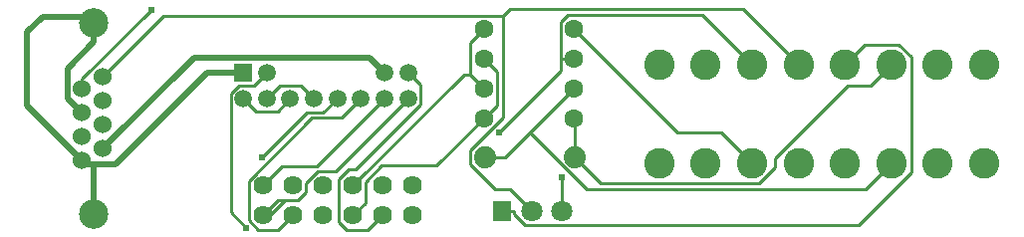
<source format=gbl>
G04 Layer: BottomLayer*
G04 EasyEDA v6.4.0, 2020-07-27T12:46:18--4:00*
G04 2e079c731a7a4ad983510c8d2f636924,10*
G04 Gerber Generator version 0.2*
G04 Scale: 100 percent, Rotated: No, Reflected: No *
G04 Dimensions in inches *
G04 leading zeros omitted , absolute positions ,2 integer and 4 decimal *
%FSLAX24Y24*%
%MOIN*%
G90*
G70D02*

%ADD10C,0.010000*%
%ADD11C,0.020000*%
%ADD12C,0.024000*%
%ADD13C,0.098425*%
%ADD14C,0.060000*%
%ADD15C,0.070866*%
%ADD16R,0.062000X0.070866*%
%ADD17C,0.102400*%
%ADD18C,0.074000*%
%ADD19C,0.059055*%
%ADD20R,0.059055X0.059055*%
%ADD21C,0.063937*%
%ADD22C,0.062992*%

%LPD*%
G54D10*
G01X13156Y4517D02*
G01X10727Y2088D01*
G01X10132Y2088D01*
G01X9731Y1686D01*
G01X9731Y1369D01*
G01X9461Y1100D01*
G01X9052Y1100D01*
G01X8552Y600D01*
G01X8300Y600D01*
G01X8300Y600D02*
G01X8800Y1100D01*
G01X9461Y1100D01*
G01X9731Y1369D01*
G01X9731Y1686D01*
G01X10132Y2088D01*
G01X10727Y2088D01*
G01X13156Y4517D01*
G01X12368Y4517D02*
G01X10102Y2250D01*
G01X8951Y2250D01*
G01X8300Y1600D01*
G54D11*
G01X2250Y2444D02*
G01X421Y4273D01*
G01X421Y6736D01*
G01X930Y7246D01*
G01X2455Y7246D01*
G01X2651Y7051D01*
G01X2651Y2332D02*
G01X2361Y2332D01*
G01X2250Y2444D01*
G01X2651Y7051D02*
G01X2651Y6401D01*
G01X1773Y5523D01*
G01X1773Y4526D01*
G01X2250Y4051D01*
G01X7644Y5382D02*
G01X6440Y5382D01*
G01X3388Y2332D01*
G01X2651Y2332D01*
G01X2651Y2332D02*
G01X2651Y648D01*
G54D10*
G01X16327Y7292D02*
G01X4986Y7292D01*
G01X2950Y5255D01*
G01X16327Y7292D02*
G01X16327Y3873D01*
G01X15248Y2796D01*
G01X15248Y2303D01*
G01X16056Y1494D01*
G01X16555Y1494D01*
G01X17300Y750D01*
G01X26225Y5655D02*
G01X24360Y7519D01*
G01X16555Y7519D01*
G01X16327Y7292D01*
G01X2250Y4853D02*
G01X2250Y5173D01*
G01X4575Y7498D01*
G01X16510Y750D02*
G01X16300Y750D01*
G01X16510Y750D02*
G01X16721Y750D01*
G01X27775Y5655D02*
G01X28439Y6319D01*
G01X29588Y6319D01*
G01X30001Y5907D01*
G01X30001Y2048D01*
G01X28231Y278D01*
G01X17085Y278D01*
G01X16721Y644D01*
G01X16721Y750D01*
G01X18700Y6850D02*
G01X22176Y3373D01*
G01X23635Y3373D01*
G01X24664Y2344D01*
G01X7643Y4517D02*
G01X8071Y4090D01*
G01X8790Y4090D01*
G01X9218Y4517D01*
G01X18300Y750D02*
G01X18300Y1861D01*
G01X18310Y1871D01*
G01X24664Y5655D02*
G01X23000Y7319D01*
G01X18503Y7319D01*
G01X18260Y7078D01*
G01X18260Y5850D01*
G01X18260Y5850D02*
G01X18260Y5434D01*
G01X16215Y3388D01*
G01X18700Y5850D02*
G01X18260Y5850D01*
G01X8431Y4517D02*
G01X8860Y4946D01*
G01X9577Y4946D01*
G01X10006Y4517D01*
G54D11*
G01X12368Y5382D02*
G01X11859Y5892D01*
G01X5996Y5892D01*
G01X2950Y2846D01*
G54D10*
G01X17235Y3384D02*
G01X19150Y1469D01*
G01X28460Y1469D01*
G01X29335Y2344D01*
G01X17235Y3384D02*
G01X16400Y2550D01*
G01X15750Y2550D01*
G01X18700Y4850D02*
G01X17235Y3384D01*
G01X18750Y2550D02*
G01X19615Y1684D01*
G01X24905Y1684D01*
G01X25444Y2223D01*
G01X25444Y2517D01*
G01X27871Y4944D01*
G01X28623Y4944D01*
G01X29335Y5655D01*
G01X18700Y3850D02*
G01X18750Y3800D01*
G01X18750Y2550D01*
G01X9300Y600D02*
G01X8821Y121D01*
G01X8147Y121D01*
G01X7825Y444D01*
G01X7825Y1755D01*
G01X9951Y3882D01*
G01X10946Y3882D01*
G01X11581Y4517D01*
G01X10793Y4517D02*
G01X10318Y4042D01*
G01X9769Y4042D01*
G01X8268Y2542D01*
G01X8431Y5382D02*
G01X8013Y4963D01*
G01X7517Y4963D01*
G01X7234Y4682D01*
G01X7234Y707D01*
G01X7744Y196D01*
G01X12300Y600D02*
G01X11821Y121D01*
G01X11106Y121D01*
G01X10853Y375D01*
G01X10853Y1813D01*
G01X11188Y2148D01*
G01X11398Y2148D01*
G01X13567Y4315D01*
G01X13567Y4973D01*
G01X13156Y5382D01*
G01X11300Y1600D02*
G01X15026Y5326D01*
G01X15223Y5326D01*
G01X15223Y5326D02*
G01X15223Y6373D01*
G01X15700Y6850D01*
G01X15700Y4850D02*
G01X15223Y5326D01*
G01X11300Y600D02*
G01X11731Y1030D01*
G01X11731Y1732D01*
G01X12265Y2269D01*
G01X14118Y2269D01*
G01X15700Y3850D01*
G01X15700Y3850D02*
G01X16131Y4280D01*
G01X16131Y5419D01*
G01X15700Y5850D01*
G54D13*
G01X2651Y649D03*
G01X2651Y7050D03*
G54D14*
G01X2950Y5255D03*
G01X2249Y4853D03*
G01X2950Y4452D03*
G01X2249Y4050D03*
G01X2950Y3649D03*
G01X2249Y3247D03*
G01X2950Y2846D03*
G01X2249Y2444D03*
G54D15*
G01X18300Y750D03*
G01X17300Y750D03*
G54D16*
G01X16300Y750D03*
G54D17*
G01X21555Y2344D03*
G01X23114Y2344D03*
G01X24664Y2344D03*
G01X26225Y2344D03*
G01X27775Y2344D03*
G01X29335Y2344D03*
G01X30885Y2344D03*
G01X32444Y2344D03*
G01X21555Y5655D03*
G01X23114Y5655D03*
G01X24664Y5655D03*
G01X26225Y5655D03*
G01X27775Y5655D03*
G01X29335Y5655D03*
G01X30885Y5655D03*
G01X32444Y5655D03*
G54D18*
G01X15750Y2550D03*
G01X18750Y2550D03*
G54D19*
G01X13155Y4516D03*
G01X12368Y4516D03*
G01X11580Y4516D03*
G01X10793Y4516D03*
G01X10005Y4516D03*
G01X9218Y4516D03*
G01X8431Y4516D03*
G01X7643Y4516D03*
G54D20*
G01X7644Y5383D03*
G54D19*
G01X8431Y5383D03*
G01X12368Y5383D03*
G01X13156Y5383D03*
G54D21*
G01X13300Y1600D03*
G01X13300Y600D03*
G01X12300Y1600D03*
G01X12300Y600D03*
G01X11300Y1600D03*
G01X11300Y600D03*
G01X10300Y1600D03*
G01X10300Y600D03*
G01X9300Y1600D03*
G01X9300Y600D03*
G01X8300Y1600D03*
G01X8300Y600D03*
G54D22*
G01X15700Y6850D03*
G01X15700Y5850D03*
G01X15700Y4850D03*
G01X15700Y3850D03*
G01X18700Y3850D03*
G01X18700Y4850D03*
G01X18700Y5850D03*
G01X18700Y6850D03*
G54D12*
G01X7744Y196D03*
G01X8268Y2542D03*
G01X16215Y3388D03*
G01X18310Y1871D03*
G01X4575Y7498D03*
M00*
M02*

</source>
